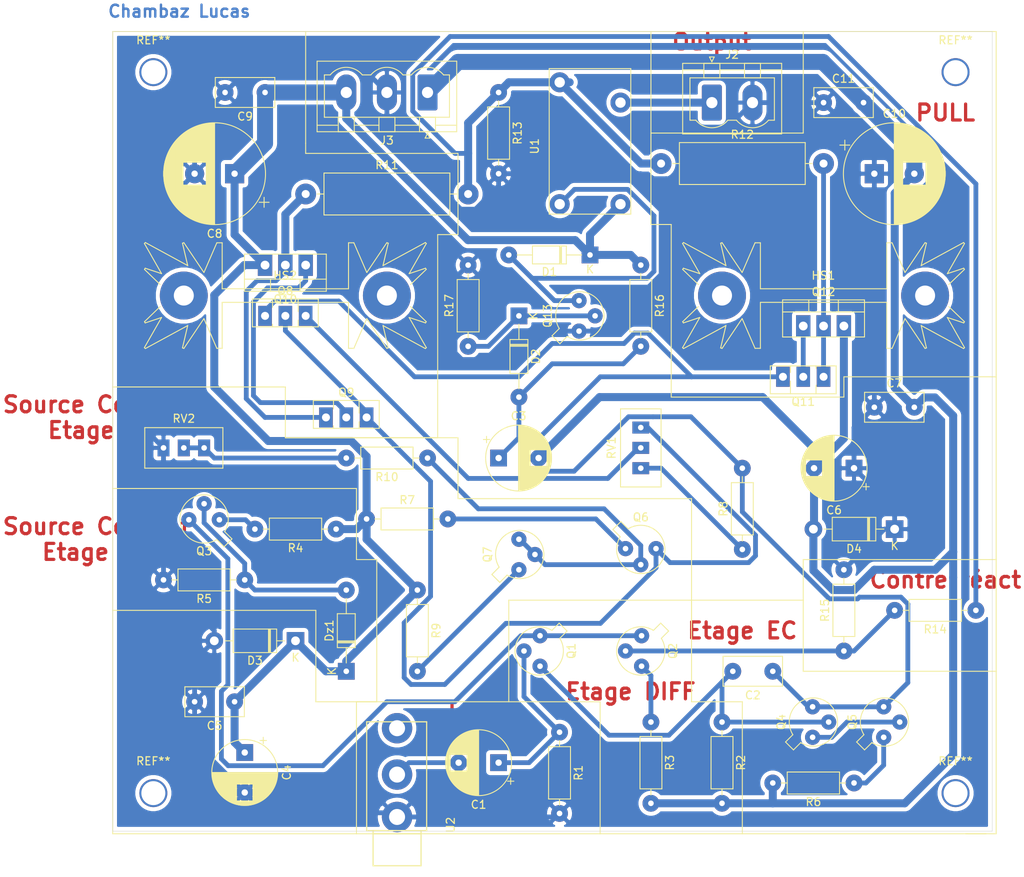
<source format=kicad_pcb>
(kicad_pcb (version 20171130) (host pcbnew "(5.1.9)-1")
  (layers (0 F.Cu signal) (31 B.Cu signal) (34 B.Paste user) (35 F.Paste user) (36 B.SilkS user hide) (37 F.SilkS user) (38 B.Mask user) (39 F.Mask user) (44 Edge.Cuts user))
  (net 0 "")
  (net 1 "Net-(C1-Pad1)")
  (net 2 "Net-(C1-Pad2)")
  (net 3 "Net-(C2-Pad1)")
  (net 4 "Net-(C2-Pad2)")
  (net 5 -12V)
  (net 6 "Net-(C3-Pad1)")
  (net 7 GND)
  (net 8 +12V)
  (net 9 "Net-(D1-Pad2)")
  (net 10 "Net-(D2-Pad1)")
  (net 11 "Net-(Dz1-Pad2)")
  (net 12 "Net-(J2-Pad1)")
  (net 13 "Net-(Q1-Pad1)")
  (net 14 "Net-(Q2-Pad3)")
  (net 15 "Net-(Q2-Pad2)")
  (net 16 "Net-(Q3-Pad1)")
  (net 17 "Net-(Q4-Pad1)")
  (net 18 "Net-(Q5-Pad1)")
  (net 19 "Net-(Q6-Pad3)")
  (net 20 "Net-(Q6-Pad2)")
  (net 21 "Net-(Q6-Pad1)")
  (net 22 "Net-(Q7-Pad1)")
  (net 23 "Net-(Q8-Pad3)")
  (net 24 "Net-(Q10-Pad2)")
  (net 25 "Net-(Q10-Pad1)")
  (net 26 "Net-(Q11-Pad2)")
  (net 27 "Net-(Q11-Pad1)")
  (net 28 "Net-(R8-Pad1)")
  (net 29 "Net-(R10-Pad2)")
  (net 30 "Net-(R11-Pad2)")
  (net 31 "Net-(U2-PadTN)")
  (module MountingHole:MountingHole_3mm (layer F.Cu) (at 127 119.38)
    (fp_text reference REF** (at 0 -4) (layer F.SilkS))
    (fp_text value MountingHole_3mm)
    (pad "" np_thru_hole circle (at 0 0) (size 3.5 3.5) (drill 3) (layers *.Cu *.Mask))
  )
  (module CmpAmpliAudio:CP_Radial_D8.0mm_P5.00mm (layer F.Cu) (at 38.1 114.3 270)
    (fp_text reference C4 (at 2.5 -5.25 90) (layer F.SilkS))
    (fp_text value 10u)
    (pad 2 thru_hole circle (at 5 0 270) (size 2.1 2.1) (drill 0.8) (layers *.Cu *.Mask) (net 7 GND))
    (pad 1 thru_hole rect (at 0 0 270) (size 2.1 2.1) (drill 0.8) (layers *.Cu *.Mask) (net 8 +12V))
  )
  (module MountingHole:MountingHole_3mm (layer F.Cu) (at 26.67 119.38)
    (fp_text reference REF** (at 0 -4) (layer F.SilkS))
    (fp_text value MountingHole_3mm)
    (pad "" np_thru_hole circle (at 0 0) (size 3.5 3.5) (drill 3) (layers *.Cu *.Mask))
  )
  (module CmpAmpliAudio:CP_Radial_D8.0mm_P5.00mm (layer F.Cu) (at 69.85 115.57 180)
    (fp_text reference C1 (at 2.5 -5.25) (layer F.SilkS))
    (fp_text value 47u)
    (pad 1 thru_hole rect (at 0 0 180) (size 2.1 2.1) (drill 0.8) (layers *.Cu *.Mask) (net 1 "Net-(C1-Pad1)"))
    (pad 2 thru_hole circle (at 5 0 180) (size 2.1 2.1) (drill 0.8) (layers *.Cu *.Mask) (net 2 "Net-(C1-Pad2)"))
  )
  (module CmpAmpliAudio:CP_Radial_D8.0mm_P5.00mm (layer F.Cu) (at 69.85 77.47)
    (fp_text reference C3 (at 2.5 -5.25) (layer F.SilkS))
    (fp_text value 47u)
    (pad 2 thru_hole circle (at 5 0) (size 2.1 2.1) (drill 0.8) (layers *.Cu *.Mask) (net 5 -12V))
    (pad 1 thru_hole rect (at 0 0) (size 2.1 2.1) (drill 0.8) (layers *.Cu *.Mask) (net 6 "Net-(C3-Pad1)"))
  )
  (module CmpAmpliAudio:CP_Radial_D8.0mm_P5.00mm (layer F.Cu) (at 114.3 78.74 180)
    (fp_text reference C6 (at 2.5 -5.25) (layer F.SilkS))
    (fp_text value 10u)
    (pad 1 thru_hole rect (at 0 0 180) (size 2.1 2.1) (drill 0.8) (layers *.Cu *.Mask) (net 7 GND))
    (pad 2 thru_hole circle (at 5 0 180) (size 2.1 2.1) (drill 0.8) (layers *.Cu *.Mask) (net 5 -12V))
  )
  (module MountingHole:MountingHole_3mm (layer F.Cu) (at 127 29.21)
    (fp_text reference REF** (at 0 -4) (layer F.SilkS))
    (fp_text value MountingHole_3mm)
    (pad "" np_thru_hole circle (at 0 0) (size 3.5 3.5) (drill 3) (layers *.Cu *.Mask))
  )
  (module MountingHole:MountingHole_3mm (layer F.Cu) (at 26.67 29.21)
    (fp_text reference REF** (at 0 -4) (layer F.SilkS))
    (fp_text value MountingHole_3mm)
    (pad "" np_thru_hole circle (at 0 0) (size 3.5 3.5) (drill 3) (layers *.Cu *.Mask))
  )
  (module CmpAmpliAudio:C_Rect_L7.2mm_W3.5mm_P5.00mm_FKS2_FKP2_MKS2_MKP2 (layer F.Cu) (at 36.83 107.95 180)
    (fp_text reference C5 (at 2.5 -3) (layer F.SilkS))
    (fp_text value 100n)
    (pad 1 thru_hole circle (at 0 0 180) (size 2.1 2.1) (drill 0.7) (layers *.Cu *.Mask) (net 8 +12V))
    (pad 2 thru_hole circle (at 5 0 180) (size 2.1 2.1) (drill 0.7) (layers *.Cu *.Mask) (net 7 GND))
  )
  (module CmpAmpliAudio:C_Rect_L7.2mm_W3.5mm_P5.00mm_FKS2_FKP2_MKS2_MKP2 (layer F.Cu) (at 116.84 71.12)
    (fp_text reference C7 (at 2.5 -3) (layer F.SilkS))
    (fp_text value 100n)
    (pad 2 thru_hole circle (at 5 0) (size 2.1 2.1) (drill 0.7) (layers *.Cu *.Mask) (net 5 -12V))
    (pad 1 thru_hole circle (at 0 0) (size 2.1 2.1) (drill 0.7) (layers *.Cu *.Mask) (net 7 GND))
  )
  (module CmpAmpliAudio:C_Rect_L7.2mm_W3.5mm_P5.00mm_FKS2_FKP2_MKS2_MKP2 (layer F.Cu) (at 104.14 104.14 180)
    (fp_text reference C2 (at 2.5 -3) (layer F.SilkS))
    (fp_text value C)
    (pad 1 thru_hole circle (at 0 0 180) (size 2.1 2.1) (drill 0.7) (layers *.Cu *.Mask) (net 3 "Net-(C2-Pad1)"))
    (pad 2 thru_hole circle (at 5 0 180) (size 2.1 2.1) (drill 0.7) (layers *.Cu *.Mask) (net 4 "Net-(C2-Pad2)"))
  )
  (module CmpAmpliAudio:CP_Radial_D12.5mm_P5.00mm (layer F.Cu) (at 36.83 41.91 180)
    (fp_text reference C8 (at 2.5 -7.5) (layer F.SilkS))
    (fp_text value 470u)
    (pad 1 thru_hole rect (at 0 0 180) (size 2.4 2.4) (drill 0.8) (layers *.Cu *.Mask) (net 8 +12V))
    (pad 2 thru_hole circle (at 5 0 180) (size 2.4 2.4) (drill 0.8) (layers *.Cu *.Mask) (net 7 GND))
  )
  (module CmpAmpliAudio:TO-18-3 (layer F.Cu) (at 86.36 88.9)
    (fp_text reference Q6 (at 1.27 -4.02) (layer F.SilkS))
    (fp_text value 2N2907)
    (pad 3 thru_hole circle (at 3.175 -0.1) (size 1.9 1.9) (drill 0.7) (layers *.Cu *.Mask) (net 19 "Net-(Q6-Pad3)"))
    (pad 2 thru_hole circle (at 1.27 1.905) (size 1.9 1.9) (drill 0.7) (layers *.Cu *.Mask) (net 20 "Net-(Q6-Pad2)"))
    (pad 1 thru_hole circle (at -0.635 -0.1) (size 1.9 1.9) (drill 0.7) (layers *.Cu *.Mask) (net 21 "Net-(Q6-Pad1)"))
  )
  (module CmpAmpliAudio:TO-18-3 (layer F.Cu) (at 72.49 90.805 90)
    (fp_text reference Q7 (at 1.27 -4.02 90) (layer F.SilkS))
    (fp_text value 2N2907)
    (pad 1 thru_hole circle (at -0.635 -0.1 90) (size 1.9 1.9) (drill 0.7) (layers *.Cu *.Mask) (net 22 "Net-(Q7-Pad1)"))
    (pad 2 thru_hole circle (at 1.27 1.905 90) (size 1.9 1.9) (drill 0.7) (layers *.Cu *.Mask) (net 20 "Net-(Q6-Pad2)"))
    (pad 3 thru_hole circle (at 3.175 -0.1 90) (size 1.9 1.9) (drill 0.7) (layers *.Cu *.Mask) (net 20 "Net-(Q6-Pad2)"))
  )
  (module CmpAmpliAudio:TO-126-3_Vertical (layer F.Cu) (at 40.64 59.69)
    (fp_text reference Q8 (at 2.54 -3.12) (layer F.SilkS))
    (fp_text value BD139)
    (pad 1 thru_hole rect (at 0 0) (size 1.7 2.5) (drill 1) (layers *.Cu *.Mask) (net 3 "Net-(C2-Pad1)"))
    (pad 2 thru_hole rect (at 2.54 0) (size 1.7 2.5) (drill 1) (layers *.Cu *.Mask) (net 19 "Net-(Q6-Pad3)"))
    (pad 3 thru_hole rect (at 5.08 0) (size 1.7 2.5) (drill 1) (layers *.Cu *.Mask) (net 23 "Net-(Q8-Pad3)"))
  )
  (module CmpAmpliAudio:CP_Radial_D12.5mm_P5.00mm (layer F.Cu) (at 116.84 41.91)
    (fp_text reference C10 (at 2.5 -7.5) (layer F.SilkS))
    (fp_text value 470u)
    (pad 2 thru_hole circle (at 5 0) (size 2.4 2.4) (drill 0.8) (layers *.Cu *.Mask) (net 5 -12V))
    (pad 1 thru_hole rect (at 0 0) (size 2.4 2.4) (drill 0.8) (layers *.Cu *.Mask) (net 7 GND))
  )
  (module CmpAmpliAudio:PhoenixContact_MSTBVA_2,5_2-G-5,08_1x02_P5.08mm_Vertical (layer F.Cu) (at 96.52 33.02)
    (fp_text reference J2 (at 2.54 -6) (layer F.SilkS))
    (fp_text value Conn_01x02)
    (pad 1 thru_hole roundrect (at 0 0) (size 2.5 4.5) (drill 1.4) (layers *.Cu *.Mask) (roundrect_rratio 0.12) (net 12 "Net-(J2-Pad1)"))
    (pad 2 thru_hole oval (at 5.08 0) (size 2.5 4.5) (drill 1.4) (layers *.Cu *.Mask) (net 7 GND))
  )
  (module CmpAmpliAudio:Heatsink_Fischer_SK104-STC-STIC_35x13mm_2xDrill2.5mm (layer F.Cu) (at 43.18 57.15)
    (fp_text reference HS2 (at -0.025 -2.5) (layer F.SilkS))
    (fp_text value Heatsink)
    (pad 1 thru_hole circle (at -12.7 0 180) (size 6 6) (drill 2.5) (layers *.Cu *.Mask))
    (pad 1 thru_hole circle (at 12.7 0) (size 6 6) (drill 2.5) (layers *.Cu *.Mask))
  )
  (module CmpAmpliAudio:C_Rect_L7.2mm_W3.5mm_P5.00mm_FKS2_FKP2_MKS2_MKP2 (layer F.Cu) (at 110.49 33.02)
    (fp_text reference C11 (at 2.5 -3) (layer F.SilkS))
    (fp_text value 100n)
    (pad 2 thru_hole circle (at 5 0) (size 2.1 2.1) (drill 0.7) (layers *.Cu *.Mask) (net 5 -12V))
    (pad 1 thru_hole circle (at 0 0) (size 2.1 2.1) (drill 0.7) (layers *.Cu *.Mask) (net 7 GND))
  )
  (module CmpAmpliAudio:TO-18-3 (layer F.Cu) (at 87.63 100.33 270)
    (fp_text reference Q2 (at 1.27 -4.02 90) (layer F.SilkS))
    (fp_text value 2N2907)
    (pad 3 thru_hole circle (at 3.175 -0.1 270) (size 1.9 1.9) (drill 0.7) (layers *.Cu *.Mask) (net 14 "Net-(Q2-Pad3)"))
    (pad 2 thru_hole circle (at 1.27 1.905 270) (size 1.9 1.9) (drill 0.7) (layers *.Cu *.Mask) (net 15 "Net-(Q2-Pad2)"))
    (pad 1 thru_hole circle (at -0.635 -0.1 270) (size 1.9 1.9) (drill 0.7) (layers *.Cu *.Mask) (net 13 "Net-(Q1-Pad1)"))
  )
  (module CmpAmpliAudio:PhoenixContact_MSTBVA_2,5_3-G-5,08_1x03_P5.08mm_Vertical (layer F.Cu) (at 60.96 31.75 180)
    (fp_text reference J3 (at 5.08 -6) (layer F.SilkS))
    (fp_text value Conn_01x03)
    (pad 1 thru_hole roundrect (at 0 0 180) (size 2.5 4.5) (drill 1.4) (layers *.Cu *.Mask) (roundrect_rratio 0.12) (net 5 -12V))
    (pad 2 thru_hole oval (at 5.08 0 180) (size 2.5 4.5) (drill 1.4) (layers *.Cu *.Mask) (net 7 GND))
    (pad 3 thru_hole oval (at 10.16 0 180) (size 2.5 4.5) (drill 1.4) (layers *.Cu *.Mask) (net 8 +12V))
  )
  (module CmpAmpliAudio:TO-18-3 (layer F.Cu) (at 74.93 100.33 270)
    (fp_text reference Q1 (at 1.27 -4.02 90) (layer F.SilkS))
    (fp_text value 2N2907)
    (pad 1 thru_hole circle (at -0.635 -0.1 270) (size 1.9 1.9) (drill 0.7) (layers *.Cu *.Mask) (net 13 "Net-(Q1-Pad1)"))
    (pad 2 thru_hole circle (at 1.27 1.905 270) (size 1.9 1.9) (drill 0.7) (layers *.Cu *.Mask) (net 1 "Net-(C1-Pad1)"))
    (pad 3 thru_hole circle (at 3.175 -0.1 270) (size 1.9 1.9) (drill 0.7) (layers *.Cu *.Mask) (net 4 "Net-(C2-Pad2)"))
  )
  (module CmpAmpliAudio:D_DO-35_SOD27_P10.16mm_Horizontal (layer F.Cu) (at 72.39 59.69 270)
    (fp_text reference D2 (at 5.08 -2.12 90) (layer F.SilkS))
    (fp_text value 1N4148)
    (fp_text user K (at 0 -1.8 90) (layer F.SilkS))
    (pad 2 thru_hole oval (at 10.16 0 270) (size 2.1 2.1) (drill 0.7) (layers *.Cu *.Mask) (net 6 "Net-(C3-Pad1)"))
    (pad 1 thru_hole rect (at 0 0 270) (size 2.1 2.1) (drill 0.7) (layers *.Cu *.Mask) (net 10 "Net-(D2-Pad1)"))
  )
  (module CmpAmpliAudio:C_Rect_L7.2mm_W3.5mm_P5.00mm_FKS2_FKP2_MKS2_MKP2 (layer F.Cu) (at 40.64 31.75 180)
    (fp_text reference C9 (at 2.5 -3) (layer F.SilkS))
    (fp_text value 100n)
    (pad 1 thru_hole circle (at 0 0 180) (size 2.1 2.1) (drill 0.7) (layers *.Cu *.Mask) (net 8 +12V))
    (pad 2 thru_hole circle (at 5 0 180) (size 2.1 2.1) (drill 0.7) (layers *.Cu *.Mask) (net 7 GND))
  )
  (module CmpAmpliAudio:D_DO-35_SOD27_P10.16mm_Horizontal (layer F.Cu) (at 50.8 104.14 90)
    (fp_text reference Dz1 (at 5.08 -2.12 90) (layer F.SilkS))
    (fp_text value BZX55C5V1)
    (fp_text user K (at 0 -1.8 90) (layer F.SilkS))
    (pad 1 thru_hole rect (at 0 0 90) (size 2.1 2.1) (drill 0.7) (layers *.Cu *.Mask) (net 8 +12V))
    (pad 2 thru_hole oval (at 10.16 0 90) (size 2.1 2.1) (drill 0.7) (layers *.Cu *.Mask) (net 11 "Net-(Dz1-Pad2)"))
  )
  (module CmpAmpliAudio:D_DO-35_SOD27_P10.16mm_Horizontal (layer F.Cu) (at 81.28 52.07 180)
    (fp_text reference D1 (at 5.08 -2.12) (layer F.SilkS))
    (fp_text value 1N4148)
    (fp_text user K (at 0 -1.8) (layer F.SilkS))
    (pad 1 thru_hole rect (at 0 0 180) (size 2.1 2.1) (drill 0.7) (layers *.Cu *.Mask) (net 8 +12V))
    (pad 2 thru_hole oval (at 10.16 0 180) (size 2.1 2.1) (drill 0.7) (layers *.Cu *.Mask) (net 9 "Net-(D1-Pad2)"))
  )
  (module CmpAmpliAudio:Heatsink_Fischer_SK104-STC-STIC_35x13mm_2xDrill2.5mm (layer F.Cu) (at 110.49 57.15)
    (fp_text reference HS1 (at -0.025 -2.5) (layer F.SilkS))
    (fp_text value Heatsink)
    (pad 1 thru_hole circle (at 12.7 0) (size 6 6) (drill 2.5) (layers *.Cu *.Mask))
    (pad 1 thru_hole circle (at -12.7 0 180) (size 6 6) (drill 2.5) (layers *.Cu *.Mask))
  )
  (module CmpAmpliAudio:TO-18-3 (layer F.Cu) (at 34.29 85.09 180)
    (fp_text reference Q3 (at 1.27 -4.02) (layer F.SilkS))
    (fp_text value 2N2907)
    (pad 1 thru_hole circle (at -0.635 -0.1 180) (size 1.9 1.9) (drill 0.7) (layers *.Cu *.Mask) (net 16 "Net-(Q3-Pad1)"))
    (pad 2 thru_hole circle (at 1.27 1.905 180) (size 1.9 1.9) (drill 0.7) (layers *.Cu *.Mask) (net 11 "Net-(Dz1-Pad2)"))
    (pad 3 thru_hole circle (at 3.175 -0.1 180) (size 1.9 1.9) (drill 0.7) (layers *.Cu *.Mask) (net 13 "Net-(Q1-Pad1)"))
  )
  (module CmpAmpliAudio:TO-18-3 (layer F.Cu) (at 109.22 111.76 90)
    (fp_text reference Q4 (at 1.27 -4.02 90) (layer F.SilkS))
    (fp_text value 2N2222)
    (pad 3 thru_hole circle (at 3.175 -0.1 90) (size 1.9 1.9) (drill 0.7) (layers *.Cu *.Mask) (net 3 "Net-(C2-Pad1)"))
    (pad 2 thru_hole circle (at 1.27 1.905 90) (size 1.9 1.9) (drill 0.7) (layers *.Cu *.Mask) (net 4 "Net-(C2-Pad2)"))
    (pad 1 thru_hole circle (at -0.635 -0.1 90) (size 1.9 1.9) (drill 0.7) (layers *.Cu *.Mask) (net 17 "Net-(Q4-Pad1)"))
  )
  (module CmpAmpliAudio:TO-18-3 (layer F.Cu) (at 118.11 111.76 90)
    (fp_text reference Q5 (at 1.27 -4.02 90) (layer F.SilkS))
    (fp_text value 2N2222)
    (pad 1 thru_hole circle (at -0.635 -0.1 90) (size 1.9 1.9) (drill 0.7) (layers *.Cu *.Mask) (net 18 "Net-(Q5-Pad1)"))
    (pad 2 thru_hole circle (at 1.27 1.905 90) (size 1.9 1.9) (drill 0.7) (layers *.Cu *.Mask) (net 17 "Net-(Q4-Pad1)"))
    (pad 3 thru_hole circle (at 3.175 -0.1 90) (size 1.9 1.9) (drill 0.7) (layers *.Cu *.Mask) (net 3 "Net-(C2-Pad1)"))
  )
  (module CmpAmpliAudio:R_Axial_DIN0207_L6.3mm_D2.5mm_P10.16mm_Horizontal (layer F.Cu) (at 53.34 85.09)
    (fp_text reference R7 (at 5.08 -2.37) (layer F.SilkS))
    (fp_text value R)
    (pad 2 thru_hole circle (at 10.16 0) (size 2.1 2.1) (drill 0.7) (layers *.Cu *.Mask) (net 21 "Net-(Q6-Pad1)"))
    (pad 1 thru_hole circle (at 0 0) (size 2.1 2.1) (drill 0.7) (layers *.Cu *.Mask) (net 8 +12V))
  )
  (module CmpAmpliAudio:R_Axial_DIN0207_L6.3mm_D2.5mm_P10.16mm_Horizontal (layer F.Cu) (at 69.85 31.75 270)
    (fp_text reference R13 (at 5.08 -2.37 90) (layer F.SilkS))
    (fp_text value R)
    (pad 2 thru_hole circle (at 10.16 0 270) (size 2.1 2.1) (drill 0.7) (layers *.Cu *.Mask) (net 7 GND))
    (pad 1 thru_hole circle (at 0 0 270) (size 2.1 2.1) (drill 0.7) (layers *.Cu *.Mask) (net 30 "Net-(R11-Pad2)"))
  )
  (module CmpAmpliAudio:TO-220-3_Vertical (layer F.Cu) (at 45.72 53.34 180)
    (fp_text reference Q10 (at 2.54 -4.27) (layer F.SilkS))
    (fp_text value TIP32)
    (pad 3 thru_hole rect (at 5.08 0 180) (size 1.8 2.7) (drill 1.1) (layers *.Cu *.Mask) (net 8 +12V))
    (pad 2 thru_hole rect (at 2.54 0 180) (size 1.8 2.7) (drill 1.1) (layers *.Cu *.Mask) (net 24 "Net-(Q10-Pad2)"))
    (pad 1 thru_hole rect (at 0 0 180) (size 1.8 2.7) (drill 1.1) (layers *.Cu *.Mask) (net 25 "Net-(Q10-Pad1)"))
  )
  (module CmpAmpliAudio:R_Axial_DIN0207_L6.3mm_D2.5mm_P10.16mm_Horizontal (layer F.Cu) (at 97.79 110.49 270)
    (fp_text reference R2 (at 5.08 -2.37 90) (layer F.SilkS))
    (fp_text value R)
    (pad 1 thru_hole circle (at 0 0 270) (size 2.1 2.1) (drill 0.7) (layers *.Cu *.Mask) (net 4 "Net-(C2-Pad2)"))
    (pad 2 thru_hole circle (at 10.16 0 270) (size 2.1 2.1) (drill 0.7) (layers *.Cu *.Mask) (net 5 -12V))
  )
  (module CmpAmpliAudio:R_Axial_DIN0207_L6.3mm_D2.5mm_P10.16mm_Horizontal (layer F.Cu) (at 38.1 92.71 180)
    (fp_text reference R5 (at 5.08 -2.37) (layer F.SilkS))
    (fp_text value R)
    (pad 1 thru_hole circle (at 0 0 180) (size 2.1 2.1) (drill 0.7) (layers *.Cu *.Mask) (net 11 "Net-(Dz1-Pad2)"))
    (pad 2 thru_hole circle (at 10.16 0 180) (size 2.1 2.1) (drill 0.7) (layers *.Cu *.Mask) (net 7 GND))
  )
  (module CmpAmpliAudio:TO-220-3_Vertical (layer F.Cu) (at 107.95 60.96)
    (fp_text reference Q12 (at 2.54 -4.27) (layer F.SilkS))
    (fp_text value TIP31)
    (pad 1 thru_hole rect (at 0 0) (size 1.8 2.7) (drill 1.1) (layers *.Cu *.Mask) (net 26 "Net-(Q11-Pad2)"))
    (pad 2 thru_hole rect (at 2.54 0) (size 1.8 2.7) (drill 1.1) (layers *.Cu *.Mask) (net 27 "Net-(Q11-Pad1)"))
    (pad 3 thru_hole rect (at 5.08 0) (size 1.8 2.7) (drill 1.1) (layers *.Cu *.Mask) (net 5 -12V))
  )
  (module CmpAmpliAudio:R_Axial_DIN0207_L6.3mm_D2.5mm_P10.16mm_Horizontal (layer F.Cu) (at 77.47 111.76 270)
    (fp_text reference R1 (at 5.08 -2.37 90) (layer F.SilkS))
    (fp_text value R)
    (pad 2 thru_hole circle (at 10.16 0 270) (size 2.1 2.1) (drill 0.7) (layers *.Cu *.Mask) (net 7 GND))
    (pad 1 thru_hole circle (at 0 0 270) (size 2.1 2.1) (drill 0.7) (layers *.Cu *.Mask) (net 1 "Net-(C1-Pad1)"))
  )
  (module CmpAmpliAudio:R_Axial_DIN0207_L6.3mm_D2.5mm_P10.16mm_Horizontal (layer F.Cu) (at 88.9 110.49 270)
    (fp_text reference R3 (at 5.08 -2.37 90) (layer F.SilkS))
    (fp_text value R)
    (pad 1 thru_hole circle (at 0 0 270) (size 2.1 2.1) (drill 0.7) (layers *.Cu *.Mask) (net 14 "Net-(Q2-Pad3)"))
    (pad 2 thru_hole circle (at 10.16 0 270) (size 2.1 2.1) (drill 0.7) (layers *.Cu *.Mask) (net 5 -12V))
  )
  (module CmpAmpliAudio:R_Axial_DIN0207_L6.3mm_D2.5mm_P10.16mm_Horizontal (layer F.Cu) (at 114.3 118.11 180)
    (fp_text reference R6 (at 5.08 -2.37) (layer F.SilkS))
    (fp_text value R)
    (pad 2 thru_hole circle (at 10.16 0 180) (size 2.1 2.1) (drill 0.7) (layers *.Cu *.Mask) (net 5 -12V))
    (pad 1 thru_hole circle (at 0 0 180) (size 2.1 2.1) (drill 0.7) (layers *.Cu *.Mask) (net 18 "Net-(Q5-Pad1)"))
  )
  (module CmpAmpliAudio:R_Axial_DIN0207_L6.3mm_D2.5mm_P10.16mm_Horizontal (layer F.Cu) (at 100.33 88.9 90)
    (fp_text reference R8 (at 5.08 -2.37 90) (layer F.SilkS))
    (fp_text value R)
    (pad 1 thru_hole circle (at 0 0 90) (size 2.1 2.1) (drill 0.7) (layers *.Cu *.Mask) (net 28 "Net-(R8-Pad1)"))
    (pad 2 thru_hole circle (at 10.16 0 90) (size 2.1 2.1) (drill 0.7) (layers *.Cu *.Mask) (net 3 "Net-(C2-Pad1)"))
  )
  (module CmpAmpliAudio:TO-126-3_Vertical (layer F.Cu) (at 48.26 72.39)
    (fp_text reference Q9 (at 2.54 -3.12) (layer F.SilkS))
    (fp_text value BD139)
    (pad 1 thru_hole rect (at 0 0) (size 1.7 2.5) (drill 1) (layers *.Cu *.Mask) (net 24 "Net-(Q10-Pad2)"))
    (pad 2 thru_hole rect (at 2.54 0) (size 1.7 2.5) (drill 1) (layers *.Cu *.Mask) (net 25 "Net-(Q10-Pad1)"))
    (pad 3 thru_hole rect (at 5.08 0) (size 1.7 2.5) (drill 1) (layers *.Cu *.Mask) (net 19 "Net-(Q6-Pad3)"))
  )
  (module CmpAmpliAudio:TO-126-3_Vertical (layer F.Cu) (at 110.49 67.31 180)
    (fp_text reference Q11 (at 2.54 -3.12) (layer F.SilkS))
    (fp_text value BD138)
    (pad 3 thru_hole rect (at 5.08 0 180) (size 1.7 2.5) (drill 1) (layers *.Cu *.Mask) (net 3 "Net-(C2-Pad1)"))
    (pad 2 thru_hole rect (at 2.54 0 180) (size 1.7 2.5) (drill 1) (layers *.Cu *.Mask) (net 26 "Net-(Q11-Pad2)"))
    (pad 1 thru_hole rect (at 0 0 180) (size 1.7 2.5) (drill 1) (layers *.Cu *.Mask) (net 27 "Net-(Q11-Pad1)"))
  )
  (module CmpAmpliAudio:TO-18-3 (layer F.Cu) (at 80.01 60.96 90)
    (fp_text reference Q13 (at 1.27 -4.02 90) (layer F.SilkS))
    (fp_text value 2N2222)
    (pad 3 thru_hole circle (at 3.175 -0.1 90) (size 1.9 1.9) (drill 0.7) (layers *.Cu *.Mask) (net 9 "Net-(D1-Pad2)"))
    (pad 2 thru_hole circle (at 1.27 1.905 90) (size 1.9 1.9) (drill 0.7) (layers *.Cu *.Mask) (net 10 "Net-(D2-Pad1)"))
    (pad 1 thru_hole circle (at -0.635 -0.1 90) (size 1.9 1.9) (drill 0.7) (layers *.Cu *.Mask) (net 7 GND))
  )
  (module CmpAmpliAudio:R_Axial_DIN0207_L6.3mm_D2.5mm_P10.16mm_Horizontal (layer F.Cu) (at 59.69 93.98 270)
    (fp_text reference R9 (at 5.08 -2.37 90) (layer F.SilkS))
    (fp_text value R)
    (pad 1 thru_hole circle (at 0 0 270) (size 2.1 2.1) (drill 0.7) (layers *.Cu *.Mask) (net 8 +12V))
    (pad 2 thru_hole circle (at 10.16 0 270) (size 2.1 2.1) (drill 0.7) (layers *.Cu *.Mask) (net 22 "Net-(Q7-Pad1)"))
  )
  (module CmpAmpliAudio:R_Axial_DIN0207_L6.3mm_D2.5mm_P10.16mm_Horizontal (layer F.Cu) (at 60.96 77.47 180)
    (fp_text reference R10 (at 5.08 -2.37) (layer F.SilkS))
    (fp_text value R)
    (pad 1 thru_hole circle (at 0 0 180) (size 2.1 2.1) (drill 0.7) (layers *.Cu *.Mask) (net 20 "Net-(Q6-Pad2)"))
    (pad 2 thru_hole circle (at 10.16 0 180) (size 2.1 2.1) (drill 0.7) (layers *.Cu *.Mask) (net 29 "Net-(R10-Pad2)"))
  )
  (module CmpAmpliAudio:R_Axial_DIN0516_L15.5mm_D5.0mm_P20.32mm_Horizontal (layer F.Cu) (at 45.72 44.45)
    (fp_text reference R11 (at 10.16 -3.62) (layer F.SilkS))
    (fp_text value R)
    (pad 2 thru_hole oval (at 20.32 0) (size 2.6 2.6) (drill 1) (layers *.Cu *.Mask) (net 30 "Net-(R11-Pad2)"))
    (pad 1 thru_hole circle (at 0 0) (size 2.6 2.6) (drill 1) (layers *.Cu *.Mask) (net 24 "Net-(Q10-Pad2)"))
  )
  (module CmpAmpliAudio:R_Axial_DIN0516_L15.5mm_D5.0mm_P20.32mm_Horizontal (layer F.Cu) (at 90.17 40.64)
    (fp_text reference R12 (at 10.16 -3.62) (layer F.SilkS))
    (fp_text value R)
    (pad 1 thru_hole circle (at 0 0) (size 2.6 2.6) (drill 1) (layers *.Cu *.Mask) (net 30 "Net-(R11-Pad2)"))
    (pad 2 thru_hole oval (at 20.32 0) (size 2.6 2.6) (drill 1) (layers *.Cu *.Mask) (net 27 "Net-(Q11-Pad1)"))
  )
  (module CmpAmpliAudio:R_Axial_DIN0207_L6.3mm_D2.5mm_P10.16mm_Horizontal (layer F.Cu) (at 49.53 86.36 180)
    (fp_text reference R4 (at 5.08 -2.37) (layer F.SilkS))
    (fp_text value R)
    (pad 2 thru_hole circle (at 10.16 0 180) (size 2.1 2.1) (drill 0.7) (layers *.Cu *.Mask) (net 16 "Net-(Q3-Pad1)"))
    (pad 1 thru_hole circle (at 0 0 180) (size 2.1 2.1) (drill 0.7) (layers *.Cu *.Mask) (net 8 +12V))
  )
  (module Diode_THT:D_DO-41_SOD81_P10.16mm_Horizontal (layer F.Cu) (at 119.38 86.36 180)
    (fp_text reference D4 (at 5.08 -2.47) (layer F.SilkS))
    (fp_text value 1N4001)
    (fp_text user K (at 0 -2.1) (layer F.SilkS))
    (pad 2 thru_hole oval (at 10.16 0 180) (size 2.2 2.2) (drill 1.1) (layers *.Cu *.Mask) (net 5 -12V))
    (pad 1 thru_hole rect (at 0 0 180) (size 2.2 2.2) (drill 1.1) (layers *.Cu *.Mask) (net 7 GND))
  )
  (module Diode_THT:D_DO-41_SOD81_P10.16mm_Horizontal (layer F.Cu) (at 44.45 100.33 180)
    (fp_text reference D3 (at 5.08 -2.47) (layer F.SilkS))
    (fp_text value 1N4001)
    (fp_text user K (at 0 -2.1) (layer F.SilkS))
    (pad 2 thru_hole oval (at 10.16 0 180) (size 2.2 2.2) (drill 1.1) (layers *.Cu *.Mask) (net 7 GND))
    (pad 1 thru_hole rect (at 0 0 180) (size 2.2 2.2) (drill 1.1) (layers *.Cu *.Mask) (net 8 +12V))
  )
  (module CmpAmpliAudio:R_Axial_DIN0207_L6.3mm_D2.5mm_P10.16mm_Horizontal (layer F.Cu) (at 66.04 63.5 90)
    (fp_text reference R17 (at 5.08 -2.37 90) (layer F.SilkS))
    (fp_text value R)
    (pad 2 thru_hole circle (at 10.16 0 90) (size 2.1 2.1) (drill 0.7) (layers *.Cu *.Mask) (net 7 GND))
    (pad 1 thru_hole circle (at 0 0 90) (size 2.1 2.1) (drill 0.7) (layers *.Cu *.Mask) (net 10 "Net-(D2-Pad1)"))
  )
  (module CmpAmpliAudio:R_Axial_DIN0207_L6.3mm_D2.5mm_P10.16mm_Horizontal (layer F.Cu) (at 129.54 96.52 180)
    (fp_text reference R14 (at 5.08 -2.37) (layer F.SilkS))
    (fp_text value R)
    (pad 1 thru_hole circle (at 0 0 180) (size 2.1 2.1) (drill 0.7) (layers *.Cu *.Mask) (net 30 "Net-(R11-Pad2)"))
    (pad 2 thru_hole circle (at 10.16 0 180) (size 2.1 2.1) (drill 0.7) (layers *.Cu *.Mask) (net 15 "Net-(Q2-Pad2)"))
  )
  (module CmpAmpliAudio:Jack_35RAPC2AV (layer F.Cu) (at 57.15 124.46 90)
    (fp_text reference U2 (at 1.1 6.7 90) (layer F.SilkS))
    (fp_text value Jack_Mono)
    (pad TN thru_hole circle (at 13.2 0 90) (size 3.8 3.8) (drill 2) (layers *.Cu *.Mask) (net 31 "Net-(U2-PadTN)"))
    (pad G thru_hole circle (at 2.1 0 90) (size 3.8 3.8) (drill 2) (layers *.Cu *.Mask) (net 7 GND))
    (pad T thru_hole circle (at 7.4 0 90) (size 3.8 3.8) (drill 2) (layers *.Cu *.Mask) (net 2 "Net-(C1-Pad2)"))
  )
  (module CmpAmpliAudio:R_Axial_DIN0207_L6.3mm_D2.5mm_P10.16mm_Horizontal (layer F.Cu) (at 87.63 53.34 270)
    (fp_text reference R16 (at 5.08 -2.37 90) (layer F.SilkS))
    (fp_text value R)
    (pad 1 thru_hole circle (at 0 0 270) (size 2.1 2.1) (drill 0.7) (layers *.Cu *.Mask) (net 8 +12V))
    (pad 2 thru_hole circle (at 10.16 0 270) (size 2.1 2.1) (drill 0.7) (layers *.Cu *.Mask) (net 6 "Net-(C3-Pad1)"))
  )
  (module CmpAmpliAudio:R_Axial_DIN0207_L6.3mm_D2.5mm_P10.16mm_Horizontal (layer F.Cu) (at 113.03 101.6 90)
    (fp_text reference R15 (at 5.08 -2.37 90) (layer F.SilkS))
    (fp_text value R)
    (pad 2 thru_hole circle (at 10.16 0 90) (size 2.1 2.1) (drill 0.7) (layers *.Cu *.Mask) (net 7 GND))
    (pad 1 thru_hole circle (at 0 0 90) (size 2.1 2.1) (drill 0.7) (layers *.Cu *.Mask) (net 15 "Net-(Q2-Pad2)"))
  )
  (module CmpAmpliAudio:Potentiometer_Bourns_3296W_Vertical (layer F.Cu) (at 33.02 76.2)
    (fp_text reference RV2 (at -2.54 -3.66) (layer F.SilkS))
    (fp_text value R_POT)
    (pad 3 thru_hole rect (at -5.08 0) (size 1.5 2.1) (drill 0.7) (layers *.Cu *.Mask) (net 7 GND))
    (pad 2 thru_hole rect (at -2.54 0) (size 1.5 2.1) (drill 0.7) (layers *.Cu *.Mask) (net 29 "Net-(R10-Pad2)"))
    (pad 1 thru_hole rect (at 0 0) (size 1.5 2.1) (drill 0.7) (layers *.Cu *.Mask) (net 29 "Net-(R10-Pad2)"))
  )
  (module Mes_Empreintes:Relais_OJ-SS-112LMH2,005 (layer F.Cu) (at 85.09 45.72 90)
    (fp_text reference U1 (at 7.25 -10.73 90) (layer F.SilkS))
    (fp_text value Relay_1CT)
    (pad c1 thru_hole circle (at 15.24 -7.6 90) (size 2.5 2.5) (drill 1.3) (layers *.Cu *.Mask) (net 30 "Net-(R11-Pad2)"))
    (pad c2 thru_hole circle (at 12.7 0 90) (size 2.5 2.5) (drill 1.3) (layers *.Cu *.Mask) (net 12 "Net-(J2-Pad1)"))
    (pad b1 thru_hole circle (at 0 -7.6 90) (size 2.5 2.5) (drill 1.3) (layers *.Cu *.Mask) (net 9 "Net-(D1-Pad2)"))
    (pad b2 thru_hole circle (at 0 0 90) (size 2.5 2.5) (drill 1.3) (layers *.Cu *.Mask) (net 8 +12V))
  )
  (module CmpAmpliAudio:Potentiometer_Bourns_3296W_Vertical (layer F.Cu) (at 87.63 73.66 90)
    (fp_text reference RV1 (at -2.54 -3.66 90) (layer F.SilkS))
    (fp_text value R_POT)
    (pad 1 thru_hole rect (at 0 0 90) (size 1.5 2.1) (drill 0.7) (layers *.Cu *.Mask) (net 19 "Net-(Q6-Pad3)"))
    (pad 2 thru_hole rect (at -2.54 0 90) (size 1.5 2.1) (drill 0.7) (layers *.Cu *.Mask) (net 23 "Net-(Q8-Pad3)"))
    (pad 3 thru_hole rect (at -5.08 0 90) (size 1.5 2.1) (drill 0.7) (layers *.Cu *.Mask) (net 28 "Net-(R8-Pad1)"))
  )
  (gr_line (start 88.9 24.13) (end 45.72 24.13) (layer F.SilkS) (width 0.12))
  (gr_line (start 132.08 67.31) (end 132.08 90.17) (layer F.SilkS) (width 0.12))
  (gr_text PULL (at 125.73 34.29) (layer F.Cu) (effects (font (size 2 2) (thickness 0.4))))
  (gr_text PUSH (at 26.67 34.29) (layer F.Cu) (effects (font (size 2 2) (thickness 0.4))))
  (gr_text Output (at 96.52 25.4) (layer F.Cu) (effects (font (size 2 2) (thickness 0.4))))
  (gr_line (start 21.59 24.13) (end 45.72 24.13) (layer F.SilkS) (width 0.12))
  (gr_line (start 21.59 24.13) (end 21.59 68.58) (layer F.SilkS) (width 0.12))
  (gr_line (start 62.23 74.93) (end 43.18 74.93) (layer F.SilkS) (width 0.12))
  (gr_line (start 62.23 49.53) (end 62.23 74.93) (layer F.SilkS) (width 0.12))
  (gr_line (start 64.77 49.53) (end 62.23 49.53) (layer F.SilkS) (width 0.12))
  (gr_line (start 64.77 39.37) (end 64.77 49.53) (layer F.SilkS) (width 0.12))
  (gr_line (start 45.72 39.37) (end 64.77 39.37) (layer F.SilkS) (width 0.12))
  (gr_line (start 45.72 38.1) (end 45.72 39.37) (layer F.SilkS) (width 0.12))
  (gr_line (start 45.72 24.13) (end 45.72 38.1) (layer F.SilkS) (width 0.12))
  (gr_line (start 132.08 24.13) (end 107.95 24.13) (layer F.SilkS) (width 0.12))
  (gr_line (start 132.08 67.31) (end 132.08 24.13) (layer F.SilkS) (width 0.12))
  (gr_line (start 113.03 67.31) (end 132.08 67.31) (layer F.SilkS) (width 0.12))
  (gr_line (start 113.03 69.85) (end 113.03 67.31) (layer F.SilkS) (width 0.12))
  (gr_line (start 91.44 69.85) (end 113.03 69.85) (layer F.SilkS) (width 0.12))
  (gr_line (start 91.44 48.26) (end 91.44 69.85) (layer F.SilkS) (width 0.12))
  (gr_line (start 88.9 48.26) (end 91.44 48.26) (layer F.SilkS) (width 0.12))
  (gr_line (start 88.9 36.83) (end 88.9 48.26) (layer F.SilkS) (width 0.12))
  (gr_line (start 107.95 24.13) (end 88.9 24.13) (layer F.SilkS) (width 0.12))
  (gr_line (start 107.95 36.83) (end 107.95 24.13) (layer F.SilkS) (width 0.12))
  (gr_line (start 88.9 36.83) (end 107.95 36.83) (layer F.SilkS) (width 0.12))
  (gr_line (start 88.9 24.13) (end 88.9 36.83) (layer F.SilkS) (width 0.12))
  (gr_text "Source Courant \nEtage EC" (at 20.32 72.39) (layer F.Cu) (effects (font (size 2 2) (thickness 0.4))))
  (gr_line (start 21.59 124.46) (end 52.07 124.46) (layer F.SilkS) (width 0.12))
  (gr_line (start 21.59 96.52) (end 21.59 124.46) (layer F.SilkS) (width 0.12))
  (gr_line (start 93.98 82.55) (end 93.98 95.25) (layer F.SilkS) (width 0.12))
  (gr_line (start 64.77 82.55) (end 93.98 82.55) (layer F.SilkS) (width 0.12))
  (gr_line (start 64.77 74.93) (end 64.77 82.55) (layer F.SilkS) (width 0.12))
  (gr_line (start 43.18 74.93) (end 64.77 74.93) (layer F.SilkS) (width 0.12))
  (gr_line (start 43.18 68.58) (end 43.18 74.93) (layer F.SilkS) (width 0.12))
  (gr_line (start 21.59 68.58) (end 43.18 68.58) (layer F.SilkS) (width 0.12))
  (gr_line (start 21.59 81.28) (end 21.59 68.58) (layer F.SilkS) (width 0.12))
  (gr_text "Etage EC" (at 100.33 99.06) (layer F.Cu) (effects (font (size 2 2) (thickness 0.4))))
  (gr_text "Contre réact" (at 125.73 92.71) (layer F.Cu) (effects (font (size 2 2) (thickness 0.4))))
  (gr_line (start 132.08 90.17) (end 132.08 104.14) (layer F.SilkS) (width 0.12))
  (gr_line (start 107.95 90.17) (end 132.08 90.17) (layer F.SilkS) (width 0.12))
  (gr_line (start 107.95 95.25) (end 107.95 90.17) (layer F.SilkS) (width 0.12))
  (gr_line (start 132.08 124.46) (end 128.27 124.46) (layer F.SilkS) (width 0.12))
  (gr_line (start 132.08 104.14) (end 132.08 124.46) (layer F.SilkS) (width 0.12))
  (gr_line (start 107.95 104.14) (end 132.08 104.14) (layer F.SilkS) (width 0.12))
  (gr_line (start 107.95 95.25) (end 107.95 104.14) (layer F.SilkS) (width 0.12))
  (gr_line (start 93.98 95.25) (end 107.95 95.25) (layer F.SilkS) (width 0.12))
  (gr_text "Etage DIFF" (at 86.36 106.68) (layer F.Cu) (effects (font (size 2 2) (thickness 0.4))))
  (gr_text "Source Courant \nEtage Diff" (at 20.32 87.63) (layer F.Cu) (effects (font (size 2 2) (thickness 0.4))))
  (gr_line (start 21.59 82.55) (end 21.59 81.28) (layer F.SilkS) (width 0.12))
  (gr_line (start 21.59 96.52) (end 21.59 82.55) (layer F.SilkS) (width 0.12))
  (gr_line (start 46.99 96.52) (end 21.59 96.52) (layer F.SilkS) (width 0.12))
  (gr_line (start 46.99 107.95) (end 46.99 96.52) (layer F.SilkS) (width 0.12))
  (gr_line (start 54.61 107.95) (end 46.99 107.95) (layer F.SilkS) (width 0.12))
  (gr_line (start 54.61 90.17) (end 54.61 107.95) (layer F.SilkS) (width 0.12))
  (gr_line (start 52.07 90.17) (end 54.61 90.17) (layer F.SilkS) (width 0.12))
  (gr_line (start 52.07 81.28) (end 52.07 90.17) (layer F.SilkS) (width 0.12))
  (gr_line (start 21.59 81.28) (end 52.07 81.28) (layer F.SilkS) (width 0.12))
  (gr_line (start 131.59 24.13) (end 131.59 124.13) (layer Edge.Cuts) (width 0.05))
  (gr_line (start 93.98 95.25) (end 93.98 99.06) (layer F.SilkS) (width 0.12))
  (gr_line (start 130.81 124.46) (end 100.33 124.46) (layer F.SilkS) (width 0.12))
  (gr_line (start 71.12 95.25) (end 71.12 107.95) (layer F.SilkS) (width 0.12))
  (gr_line (start 93.98 95.25) (end 71.12 95.25) (layer F.SilkS) (width 0.12))
  (gr_line (start 93.98 107.95) (end 93.98 95.25) (layer F.SilkS) (width 0.12))
  (gr_line (start 100.33 107.95) (end 93.98 107.95) (layer F.SilkS) (width 0.12))
  (gr_line (start 100.33 124.46) (end 82.55 124.46) (layer F.SilkS) (width 0.12))
  (gr_line (start 100.33 107.95) (end 100.33 124.46) (layer F.SilkS) (width 0.12))
  (gr_text "Input\n" (at 67.31 109.22) (layer F.Cu) (effects (font (size 2 2) (thickness 0.4))))
  (gr_line (start 82.55 107.95) (end 52.07 107.95) (layer F.SilkS) (width 0.12))
  (gr_line (start 82.55 124.46) (end 82.55 107.95) (layer F.SilkS) (width 0.12))
  (gr_line (start 52.07 124.46) (end 82.55 124.46) (layer F.SilkS) (width 0.12))
  (gr_line (start 52.07 107.95) (end 52.07 124.46) (layer F.SilkS) (width 0.12))
  (gr_text "Chambaz Lucas \n" (at 30.48 21.59) (layer B.Cu) (effects (font (size 1.5 1.5) (thickness 0.3))))
  (gr_line (start 21.59 124.13) (end 131.59 124.13) (layer Edge.Cuts) (width 0.05))
  (gr_line (start 21.59 24.13) (end 131.59 24.13) (layer Edge.Cuts) (width 0.05))
  (gr_line (start 21.59 24.13) (end 21.59 124.13) (layer Edge.Cuts) (width 0.05))
  (segment (start 73.66 115.57) (end 77.47 111.76) (width 0.6) (layer B.Cu) (net 1))
  (segment (start 69.85 115.57) (end 73.66 115.57) (width 0.6) (layer B.Cu) (net 1))
  (segment (start 73.025 107.315) (end 73.025 101.6) (width 0.6) (layer B.Cu) (net 1))
  (segment (start 77.47 111.76) (end 73.025 107.315) (width 0.6) (layer B.Cu) (net 1))
  (segment (start 58.64 115.57) (end 57.15 117.06) (width 0.6) (layer B.Cu) (net 2))
  (segment (start 64.85 115.57) (end 58.64 115.57) (width 0.6) (layer B.Cu) (net 2))
  (segment (start 118.01 108.585) (end 109.12 108.585) (width 0.6) (layer B.Cu) (net 3))
  (segment (start 86.099999 72.309999) (end 89.160001 72.309999) (width 0.6) (layer B.Cu) (net 3))
  (segment (start 79.289997 79.120001) (end 86.099999 72.309999) (width 0.6) (layer B.Cu) (net 3))
  (segment (start 74.057999 79.120001) (end 79.289997 79.120001) (width 0.6) (layer B.Cu) (net 3))
  (segment (start 73.199999 78.262001) (end 74.057999 79.120001) (width 0.6) (layer B.Cu) (net 3))
  (segment (start 73.199999 76.677999) (end 73.199999 78.262001) (width 0.6) (layer B.Cu) (net 3))
  (segment (start 82.567998 67.31) (end 73.199999 76.677999) (width 0.6) (layer B.Cu) (net 3))
  (segment (start 100.33 78.74) (end 93.899999 72.309999) (width 0.6) (layer B.Cu) (net 3))
  (segment (start 93.899999 72.309999) (end 89.160001 72.309999) (width 0.6) (layer B.Cu) (net 3))
  (segment (start 109.12 108.585) (end 116.107002 108.585) (width 0.6) (layer B.Cu) (net 3))
  (segment (start 108.585 108.585) (end 109.12 108.585) (width 0.6) (layer B.Cu) (net 3))
  (segment (start 104.14 104.14) (end 108.585 108.585) (width 0.6) (layer B.Cu) (net 3))
  (segment (start 120.172001 94.869999) (end 121.030001 95.727999) (width 0.6) (layer B.Cu) (net 3))
  (segment (start 121.030001 105.564999) (end 118.01 108.585) (width 0.6) (layer B.Cu) (net 3))
  (segment (start 121.030001 95.727999) (end 121.030001 105.564999) (width 0.6) (layer B.Cu) (net 3))
  (segment (start 114.96565 94.869999) (end 120.172001 94.869999) (width 0.6) (layer B.Cu) (net 3))
  (segment (start 114.755639 95.08001) (end 114.96565 94.869999) (width 0.6) (layer B.Cu) (net 3))
  (segment (start 111.20536 95.08001) (end 114.755639 95.08001) (width 0.6) (layer B.Cu) (net 3))
  (segment (start 100.33 84.20465) (end 111.20536 95.08001) (width 0.6) (layer B.Cu) (net 3))
  (segment (start 100.33 78.74) (end 100.33 84.20465) (width 0.6) (layer B.Cu) (net 3))
  (segment (start 86.837999 61.849999) (end 88.519999 61.849999) (width 0.6) (layer B.Cu) (net 3))
  (segment (start 76.554999 63.145001) (end 85.542997 63.145001) (width 0.6) (layer B.Cu) (net 3))
  (segment (start 88.519999 61.849999) (end 93.98 67.31) (width 0.6) (layer B.Cu) (net 3))
  (segment (start 72.39 67.31) (end 76.554999 63.145001) (width 0.6) (layer B.Cu) (net 3))
  (segment (start 59.332 67.31) (end 72.39 67.31) (width 0.6) (layer B.Cu) (net 3))
  (segment (start 49.861999 57.839999) (end 59.332 67.31) (width 0.6) (layer B.Cu) (net 3))
  (segment (start 41.849999 57.839999) (end 49.861999 57.839999) (width 0.6) (layer B.Cu) (net 3))
  (segment (start 40.64 59.049998) (end 41.849999 57.839999) (width 0.6) (layer B.Cu) (net 3))
  (segment (start 40.64 59.69) (end 40.64 59.049998) (width 0.6) (layer B.Cu) (net 3))
  (segment (start 93.98 67.31) (end 82.567998 67.31) (width 0.6) (layer B.Cu) (net 3))
  (segment (start 85.542997 63.145001) (end 86.837999 61.849999) (width 0.6) (layer B.Cu) (net 3))
  (segment (start 105.41 67.31) (end 93.98 67.31) (width 0.6) (layer B.Cu) (net 3))
  (segment (start 97.79 105.49) (end 99.14 104.14) (width 0.6) (layer B.Cu) (net 4))
  (segment (start 97.79 110.49) (end 97.79 105.49) (width 0.6) (layer B.Cu) (net 4))
  (segment (start 97.79 110.49) (end 111.125 110.49) (width 0.6) (layer B.Cu) (net 4))
  (segment (start 91.139999 112.140001) (end 99.14 104.14) (width 0.6) (layer B.Cu) (net 4))
  (segment (start 83.665001 112.140001) (end 91.139999 112.140001) (width 0.6) (layer B.Cu) (net 4))
  (segment (start 75.03 103.505) (end 83.665001 112.140001) (width 0.6) (layer B.Cu) (net 4))
  (segment (start 115.49 33.02) (end 121.84 39.37) (width 2) (layer B.Cu) (net 5))
  (segment (start 121.84 39.37) (end 121.84 41.91) (width 2) (layer B.Cu) (net 5))
  (segment (start 64.780001 27.929999) (end 60.96 31.75) (width 2) (layer B.Cu) (net 5))
  (segment (start 110.399999 27.929999) (end 64.780001 27.929999) (width 2) (layer B.Cu) (net 5))
  (segment (start 115.49 33.02) (end 110.399999 27.929999) (width 2) (layer B.Cu) (net 5))
  (segment (start 113.03 60.96) (end 113.03 62.15) (width 1) (layer B.Cu) (net 5))
  (segment (start 125.65 71.12) (end 126.699999 72.169999) (width 1) (layer B.Cu) (net 5))
  (segment (start 126.699999 114.600001) (end 120.65 120.65) (width 1) (layer B.Cu) (net 5))
  (segment (start 104.14 120.65) (end 104.14 118.11) (width 1) (layer B.Cu) (net 5))
  (segment (start 120.65 120.65) (end 104.14 120.65) (width 1) (layer B.Cu) (net 5))
  (segment (start 104.14 120.65) (end 97.79 120.65) (width 1) (layer B.Cu) (net 5))
  (segment (start 97.79 120.65) (end 88.9 120.65) (width 1) (layer B.Cu) (net 5))
  (segment (start 124.42 69.89) (end 125.65 71.12) (width 1) (layer B.Cu) (net 5))
  (segment (start 109.22 78.82) (end 109.3 78.74) (width 0.6) (layer B.Cu) (net 5))
  (segment (start 109.3 78.74) (end 109.3 76.28) (width 1) (layer B.Cu) (net 5))
  (segment (start 109.3 76.28) (end 102.87 69.85) (width 1) (layer B.Cu) (net 5))
  (segment (start 82.47 69.85) (end 74.85 77.47) (width 1) (layer B.Cu) (net 5))
  (segment (start 102.87 69.85) (end 82.47 69.85) (width 1) (layer B.Cu) (net 5))
  (segment (start 123.07 69.89) (end 124.42 69.89) (width 1) (layer B.Cu) (net 5))
  (segment (start 121.84 71.12) (end 123.07 69.89) (width 1) (layer B.Cu) (net 5))
  (segment (start 126.699999 92.409999) (end 126.699999 114.600001) (width 1) (layer B.Cu) (net 5))
  (segment (start 119.389999 68.669999) (end 121.84 71.12) (width 1) (layer B.Cu) (net 5))
  (segment (start 119.389999 44.360001) (end 119.389999 68.669999) (width 1) (layer B.Cu) (net 5))
  (segment (start 121.84 41.91) (end 119.389999 44.360001) (width 1) (layer B.Cu) (net 5))
  (segment (start 113.03 75.01) (end 113.03 60.96) (width 1) (layer B.Cu) (net 5))
  (segment (start 109.3 78.74) (end 113.03 75.01) (width 1) (layer B.Cu) (net 5))
  (segment (start 109.3 86.28) (end 109.22 86.36) (width 1) (layer B.Cu) (net 5))
  (segment (start 109.3 78.74) (end 109.3 86.28) (width 1) (layer B.Cu) (net 5))
  (segment (start 126.699999 89.200001) (end 126.699999 92.409999) (width 1) (layer B.Cu) (net 5))
  (segment (start 126.699999 72.169999) (end 126.699999 89.200001) (width 1) (layer B.Cu) (net 5))
  (segment (start 125.73 90.17) (end 126.699999 89.200001) (width 1) (layer B.Cu) (net 5))
  (segment (start 111.660999 93.98) (end 114.3 93.98) (width 1) (layer B.Cu) (net 5))
  (segment (start 109.22 91.539001) (end 111.660999 93.98) (width 1) (layer B.Cu) (net 5))
  (segment (start 114.3 93.98) (end 116.84 91.44) (width 1) (layer B.Cu) (net 5))
  (segment (start 109.22 86.36) (end 109.22 91.539001) (width 1) (layer B.Cu) (net 5))
  (segment (start 124.46 91.44) (end 125.73 90.17) (width 1) (layer B.Cu) (net 5))
  (segment (start 116.84 91.44) (end 124.46 91.44) (width 1) (layer B.Cu) (net 5))
  (segment (start 76.554999 65.685001) (end 72.39 69.85) (width 0.6) (layer B.Cu) (net 6))
  (segment (start 85.444999 65.685001) (end 76.554999 65.685001) (width 0.6) (layer B.Cu) (net 6))
  (segment (start 87.63 63.5) (end 85.444999 65.685001) (width 0.6) (layer B.Cu) (net 6))
  (segment (start 72.39 74.93) (end 69.85 77.47) (width 0.6) (layer B.Cu) (net 6))
  (segment (start 72.39 69.85) (end 72.39 74.93) (width 0.6) (layer B.Cu) (net 6))
  (segment (start 50.8 31.75) (end 40.64 31.75) (width 2) (layer B.Cu) (net 8))
  (segment (start 40.64 38.1) (end 36.83 41.91) (width 2) (layer B.Cu) (net 8))
  (segment (start 40.64 31.75) (end 40.64 38.1) (width 2) (layer B.Cu) (net 8))
  (segment (start 36.83 49.53) (end 40.64 53.34) (width 1) (layer B.Cu) (net 8))
  (segment (start 36.83 41.91) (end 36.83 49.53) (width 1) (layer B.Cu) (net 8))
  (segment (start 96.52 33.02) (end 85.09 33.02) (width 1) (layer B.Cu) (net 12))
  (segment (start 43.18 46.99) (end 43.18 53.34) (width 1) (layer B.Cu) (net 24))
  (segment (start 45.72 44.45) (end 43.18 46.99) (width 1) (layer B.Cu) (net 24))
  (segment (start 119.38 83.82) (end 114.3 78.74) (width 0.6) (layer B.Cu) (net 7))
  (segment (start 114.3 73.66) (end 116.84 71.12) (width 0.6) (layer B.Cu) (net 7))
  (segment (start 114.3 78.74) (end 114.3 73.66) (width 0.6) (layer B.Cu) (net 7))
  (segment (start 55.88 31.75) (end 52.07 27.94) (width 0.6) (layer B.Cu) (net 7))
  (segment (start 39.45 27.94) (end 35.64 31.75) (width 0.6) (layer B.Cu) (net 7))
  (segment (start 52.07 27.94) (end 39.45 27.94) (width 0.6) (layer B.Cu) (net 7))
  (segment (start 31.83 35.56) (end 35.64 31.75) (width 0.6) (layer B.Cu) (net 7))
  (segment (start 31.83 41.91) (end 31.83 35.56) (width 0.6) (layer B.Cu) (net 7))
  (segment (start 31.83 41.91) (end 26.67 47.07) (width 0.6) (layer B.Cu) (net 7))
  (segment (start 26.67 74.93) (end 27.94 76.2) (width 0.6) (layer B.Cu) (net 7))
  (segment (start 26.67 47.07) (end 26.67 74.93) (width 0.6) (layer B.Cu) (net 7))
  (segment (start 27.94 92.71) (end 27.94 76.2) (width 0.6) (layer B.Cu) (net 7))
  (segment (start 34.29 99.06) (end 34.29 100.33) (width 0.6) (layer B.Cu) (net 7))
  (segment (start 27.94 92.71) (end 34.29 99.06) (width 0.6) (layer B.Cu) (net 7))
  (segment (start 31.83 102.79) (end 34.29 100.33) (width 0.6) (layer B.Cu) (net 7))
  (segment (start 31.83 107.95) (end 31.83 102.79) (width 0.6) (layer B.Cu) (net 7))
  (segment (start 31.83 113.03) (end 38.1 119.3) (width 0.6) (layer B.Cu) (net 7))
  (segment (start 31.83 107.95) (end 31.83 113.03) (width 0.6) (layer B.Cu) (net 7))
  (segment (start 38.1 119.3) (end 40.64 121.84) (width 0.6) (layer B.Cu) (net 7))
  (segment (start 56.63 121.84) (end 57.15 122.36) (width 0.6) (layer B.Cu) (net 7))
  (segment (start 40.64 121.84) (end 56.63 121.84) (width 0.6) (layer B.Cu) (net 7))
  (segment (start 77.03 122.36) (end 77.47 121.92) (width 0.6) (layer B.Cu) (net 7))
  (segment (start 57.15 122.36) (end 77.03 122.36) (width 0.6) (layer B.Cu) (net 7))
  (segment (start 69.85 43.452002) (end 69.85 41.91) (width 0.6) (layer B.Cu) (net 7))
  (segment (start 66.952001 46.350001) (end 69.85 43.452002) (width 0.6) (layer B.Cu) (net 7))
  (segment (start 65.127999 46.350001) (end 66.952001 46.350001) (width 0.6) (layer B.Cu) (net 7))
  (segment (start 55.88 37.102002) (end 65.127999 46.350001) (width 0.6) (layer B.Cu) (net 7))
  (segment (start 55.88 31.75) (end 55.88 37.102002) (width 0.6) (layer B.Cu) (net 7))
  (segment (start 110.49 33.02) (end 101.6 33.02) (width 0.6) (layer B.Cu) (net 7))
  (segment (start 110.49 33.02) (end 116.84 39.37) (width 0.6) (layer B.Cu) (net 7))
  (segment (start 116.84 39.37) (end 116.84 41.91) (width 0.6) (layer B.Cu) (net 7))
  (segment (start 116.84 41.91) (end 116.84 71.12) (width 0.6) (layer B.Cu) (net 7))
  (segment (start 119.38 86.36) (end 119.38 83.82) (width 0.6) (layer B.Cu) (net 7))
  (segment (start 118.11 86.36) (end 113.03 91.44) (width 0.6) (layer B.Cu) (net 7))
  (segment (start 119.38 86.36) (end 118.11 86.36) (width 0.6) (layer B.Cu) (net 7))
  (segment (start 69.85 41.91) (end 87.63 41.91) (width 0.6) (layer B.Cu) (net 7))
  (segment (start 92.079999 42.540001) (end 101.6 33.02) (width 0.6) (layer B.Cu) (net 7))
  (segment (start 87.63 41.91) (end 88.260001 42.540001) (width 0.6) (layer B.Cu) (net 7))
  (segment (start 64.389999 54.990001) (end 66.04 53.34) (width 0.6) (layer B.Cu) (net 7))
  (segment (start 65.247999 65.150001) (end 64.389999 64.292001) (width 0.6) (layer B.Cu) (net 7))
  (segment (start 68.202805 65.150001) (end 65.247999 65.150001) (width 0.6) (layer B.Cu) (net 7))
  (segment (start 64.389999 64.292001) (end 64.389999 54.990001) (width 0.6) (layer B.Cu) (net 7))
  (segment (start 71.757806 61.595) (end 68.202805 65.150001) (width 0.6) (layer B.Cu) (net 7))
  (segment (start 79.91 61.595) (end 71.757806 61.595) (width 0.6) (layer B.Cu) (net 7))
  (segment (start 90.180011 54.504797) (end 90.180011 43.190011) (width 0.6) (layer B.Cu) (net 7))
  (segment (start 83.089808 61.595) (end 90.180011 54.504797) (width 0.6) (layer B.Cu) (net 7))
  (segment (start 79.91 61.595) (end 83.089808 61.595) (width 0.6) (layer B.Cu) (net 7))
  (segment (start 90.809999 42.560023) (end 90.809999 42.540001) (width 0.6) (layer B.Cu) (net 7))
  (segment (start 90.180011 43.190011) (end 90.809999 42.560023) (width 0.6) (layer B.Cu) (net 7))
  (segment (start 90.809999 42.540001) (end 92.079999 42.540001) (width 0.6) (layer B.Cu) (net 7))
  (segment (start 88.260001 42.540001) (end 90.809999 42.540001) (width 0.6) (layer B.Cu) (net 7))
  (segment (start 79.429999 50.219999) (end 81.28 52.07) (width 1) (layer B.Cu) (net 8))
  (segment (start 66.019999 50.219999) (end 79.429999 50.219999) (width 1) (layer B.Cu) (net 8))
  (segment (start 50.8 35) (end 66.019999 50.219999) (width 1) (layer B.Cu) (net 8))
  (segment (start 50.8 31.75) (end 50.8 35) (width 1) (layer B.Cu) (net 8))
  (segment (start 81.28 49.53) (end 85.09 45.72) (width 1) (layer B.Cu) (net 8))
  (segment (start 81.28 52.07) (end 81.28 49.53) (width 1) (layer B.Cu) (net 8))
  (segment (start 86.36 52.07) (end 87.63 53.34) (width 1) (layer B.Cu) (net 8))
  (segment (start 81.28 52.07) (end 86.36 52.07) (width 1) (layer B.Cu) (net 8))
  (segment (start 52.07 86.36) (end 53.34 85.09) (width 1) (layer B.Cu) (net 8))
  (segment (start 49.53 86.36) (end 52.07 86.36) (width 1) (layer B.Cu) (net 8))
  (segment (start 53.34 87.63) (end 59.69 93.98) (width 1) (layer B.Cu) (net 8))
  (segment (start 53.34 85.09) (end 53.34 87.63) (width 1) (layer B.Cu) (net 8))
  (segment (start 50.8 102.87) (end 50.8 104.14) (width 1) (layer B.Cu) (net 8))
  (segment (start 59.69 93.98) (end 50.8 102.87) (width 1) (layer B.Cu) (net 8))
  (segment (start 48.26 104.14) (end 44.45 100.33) (width 1) (layer B.Cu) (net 8))
  (segment (start 50.8 104.14) (end 48.26 104.14) (width 1) (layer B.Cu) (net 8))
  (segment (start 44.45 100.33) (end 36.83 107.95) (width 1) (layer B.Cu) (net 8))
  (segment (start 36.83 113.03) (end 38.1 114.3) (width 1) (layer B.Cu) (net 8))
  (segment (start 36.83 107.95) (end 36.83 113.03) (width 1) (layer B.Cu) (net 8))
  (segment (start 53.34 77.271998) (end 53.34 85.09) (width 1) (layer B.Cu) (net 8))
  (segment (start 51.408013 75.340011) (end 53.34 77.271998) (width 1) (layer B.Cu) (net 8))
  (segment (start 41.050011 75.340011) (end 51.408013 75.340011) (width 1) (layer B.Cu) (net 8))
  (segment (start 34.29 68.58) (end 41.050011 75.340011) (width 1) (layer B.Cu) (net 8))
  (segment (start 34.29 57.090001) (end 34.29 68.58) (width 1) (layer B.Cu) (net 8))
  (segment (start 38.040001 53.34) (end 34.29 57.090001) (width 1) (layer B.Cu) (net 8))
  (segment (start 40.64 53.34) (end 38.040001 53.34) (width 1) (layer B.Cu) (net 8))
  (segment (start 74.040001 54.990001) (end 71.12 52.07) (width 0.6) (layer B.Cu) (net 9))
  (segment (start 88.422001 54.990001) (end 74.040001 54.990001) (width 0.6) (layer B.Cu) (net 9))
  (segment (start 89.280001 47.171999) (end 89.280001 54.132001) (width 0.6) (layer B.Cu) (net 9))
  (segment (start 85.978001 43.869999) (end 89.280001 47.171999) (width 0.6) (layer B.Cu) (net 9))
  (segment (start 79.340001 43.869999) (end 85.978001 43.869999) (width 0.6) (layer B.Cu) (net 9))
  (segment (start 77.49 45.72) (end 79.340001 43.869999) (width 0.6) (layer B.Cu) (net 9))
  (segment (start 76.835 57.785) (end 71.12 52.07) (width 0.6) (layer B.Cu) (net 9))
  (segment (start 79.91 57.785) (end 76.835 57.785) (width 0.6) (layer B.Cu) (net 9))
  (segment (start 88.422001 54.990001) (end 89.280001 54.132001) (width 0.6) (layer B.Cu) (net 9))
  (segment (start 68.58 63.5) (end 72.39 59.69) (width 0.6) (layer B.Cu) (net 10))
  (segment (start 66.04 63.5) (end 68.58 63.5) (width 0.6) (layer B.Cu) (net 10))
  (segment (start 72.39 59.69) (end 81.915 59.69) (width 0.6) (layer B.Cu) (net 10))
  (segment (start 39.37 93.98) (end 38.1 92.71) (width 0.6) (layer B.Cu) (net 11))
  (segment (start 50.8 93.98) (end 39.37 93.98) (width 0.6) (layer B.Cu) (net 11))
  (segment (start 33.02 85.579002) (end 33.02 83.185) (width 0.6) (layer B.Cu) (net 11))
  (segment (start 38.1 90.659002) (end 33.02 85.579002) (width 0.6) (layer B.Cu) (net 11))
  (segment (start 38.1 92.71) (end 38.1 90.659002) (width 0.6) (layer B.Cu) (net 11))
  (segment (start 87.73 99.695) (end 75.03 99.695) (width 0.6) (layer B.Cu) (net 13))
  (segment (start 72.635998 99.695) (end 75.03 99.695) (width 0.6) (layer B.Cu) (net 13))
  (segment (start 64.380998 107.95) (end 72.635998 99.695) (width 0.6) (layer B.Cu) (net 13))
  (segment (start 36.022807 115.950001) (end 47.879999 115.950001) (width 0.6) (layer B.Cu) (net 13))
  (segment (start 35.179999 115.107193) (end 36.022807 115.950001) (width 0.6) (layer B.Cu) (net 13))
  (segment (start 47.879999 115.950001) (end 55.88 107.95) (width 0.6) (layer B.Cu) (net 13))
  (segment (start 35.179999 106.650003) (end 35.179999 115.107193) (width 0.6) (layer B.Cu) (net 13))
  (segment (start 55.88 107.95) (end 64.380998 107.95) (width 0.6) (layer B.Cu) (net 13))
  (segment (start 35.990001 105.840001) (end 35.179999 106.650003) (width 0.6) (layer B.Cu) (net 13))
  (segment (start 35.990001 90.065001) (end 35.990001 105.840001) (width 0.6) (layer B.Cu) (net 13))
  (segment (start 31.115 85.19) (end 35.990001 90.065001) (width 0.6) (layer B.Cu) (net 13))
  (segment (start 88.9 104.675) (end 87.73 103.505) (width 0.6) (layer B.Cu) (net 14))
  (segment (start 88.9 110.49) (end 88.9 104.675) (width 0.6) (layer B.Cu) (net 14))
  (segment (start 114.3 101.6) (end 113.03 101.6) (width 0.6) (layer B.Cu) (net 15))
  (segment (start 119.38 96.52) (end 114.3 101.6) (width 0.6) (layer B.Cu) (net 15))
  (segment (start 85.725 101.6) (end 113.03 101.6) (width 0.6) (layer B.Cu) (net 15))
  (segment (start 38.2 85.19) (end 39.37 86.36) (width 0.6) (layer B.Cu) (net 16))
  (segment (start 34.925 85.19) (end 38.2 85.19) (width 0.6) (layer B.Cu) (net 16))
  (segment (start 111.514002 112.395) (end 109.12 112.395) (width 0.6) (layer B.Cu) (net 17))
  (segment (start 113.419002 110.49) (end 111.514002 112.395) (width 0.6) (layer B.Cu) (net 17))
  (segment (start 120.015 110.49) (end 113.419002 110.49) (width 0.6) (layer B.Cu) (net 17))
  (segment (start 118.01 115.884924) (end 118.01 112.395) (width 0.6) (layer B.Cu) (net 18))
  (segment (start 115.784924 118.11) (end 118.01 115.884924) (width 0.6) (layer B.Cu) (net 18))
  (segment (start 114.3 118.11) (end 115.784924 118.11) (width 0.6) (layer B.Cu) (net 18))
  (segment (start 88.512544 73.66) (end 87.63 73.66) (width 0.6) (layer B.Cu) (net 19))
  (segment (start 101.980001 87.127457) (end 88.512544 73.66) (width 0.6) (layer B.Cu) (net 19))
  (segment (start 101.980001 89.692001) (end 101.980001 87.127457) (width 0.6) (layer B.Cu) (net 19))
  (segment (start 101.122001 90.550001) (end 101.980001 89.692001) (width 0.6) (layer B.Cu) (net 19))
  (segment (start 91.285001 90.550001) (end 101.122001 90.550001) (width 0.6) (layer B.Cu) (net 19))
  (segment (start 89.535 88.8) (end 91.285001 90.550001) (width 0.6) (layer B.Cu) (net 19))
  (segment (start 61.340001 80.390001) (end 53.34 72.39) (width 0.6) (layer B.Cu) (net 19))
  (segment (start 58.039999 98.072003) (end 61.340001 94.772001) (width 0.6) (layer B.Cu) (net 19))
  (segment (start 61.340001 94.772001) (end 61.340001 80.390001) (width 0.6) (layer B.Cu) (net 19))
  (segment (start 58.039999 104.932001) (end 58.039999 98.072003) (width 0.6) (layer B.Cu) (net 19))
  (segment (start 58.897999 105.790001) (end 58.039999 104.932001) (width 0.6) (layer B.Cu) (net 19))
  (segment (start 63.119999 105.790001) (end 58.897999 105.790001) (width 0.6) (layer B.Cu) (net 19))
  (segment (start 70.765001 98.144999) (end 63.119999 105.790001) (width 0.6) (layer B.Cu) (net 19))
  (segment (start 82.584003 98.144999) (end 70.765001 98.144999) (width 0.6) (layer B.Cu) (net 19))
  (segment (start 89.535 91.194002) (end 82.584003 98.144999) (width 0.6) (layer B.Cu) (net 19))
  (segment (start 89.535 88.8) (end 89.535 91.194002) (width 0.6) (layer B.Cu) (net 19))
  (segment (start 53.34 72.39) (end 53.34 73.030002) (width 0.6) (layer B.Cu) (net 19))
  (segment (start 53.34 71.7) (end 53.34 72.39) (width 0.6) (layer B.Cu) (net 19))
  (segment (start 43.18 61.54) (end 53.34 71.7) (width 0.6) (layer B.Cu) (net 19))
  (segment (start 43.18 59.69) (end 43.18 61.54) (width 0.6) (layer B.Cu) (net 19))
  (segment (start 75.665 90.805) (end 87.63 90.805) (width 0.6) (layer B.Cu) (net 20))
  (segment (start 74.395 89.535) (end 75.665 90.805) (width 0.6) (layer B.Cu) (net 20))
  (segment (start 72.49 87.63) (end 74.395 89.535) (width 0.6) (layer B.Cu) (net 20))
  (segment (start 72.39 87.63) (end 72.49 87.63) (width 0.6) (layer B.Cu) (net 20))
  (segment (start 67.31 83.82) (end 60.96 77.47) (width 0.6) (layer B.Cu) (net 20))
  (segment (start 83.039002 83.82) (end 67.31 83.82) (width 0.6) (layer B.Cu) (net 20))
  (segment (start 87.63 88.410998) (end 83.039002 83.82) (width 0.6) (layer B.Cu) (net 20))
  (segment (start 87.63 90.805) (end 87.63 88.410998) (width 0.6) (layer B.Cu) (net 20))
  (segment (start 82.015 85.09) (end 63.5 85.09) (width 0.6) (layer B.Cu) (net 21))
  (segment (start 85.725 88.8) (end 82.015 85.09) (width 0.6) (layer B.Cu) (net 21))
  (segment (start 59.69 104.14) (end 72.39 91.44) (width 0.6) (layer B.Cu) (net 22))
  (segment (start 87.33 76.2) (end 87.63 76.2) (width 0.6) (layer B.Cu) (net 23))
  (segment (start 83.50999 80.02001) (end 87.33 76.2) (width 0.6) (layer B.Cu) (net 23))
  (segment (start 66.05001 80.02001) (end 83.50999 80.02001) (width 0.6) (layer B.Cu) (net 23))
  (segment (start 45.72 59.69) (end 66.05001 80.02001) (width 0.6) (layer B.Cu) (net 23))
  (segment (start 40.637193 72.39) (end 48.26 72.39) (width 0.6) (layer B.Cu) (net 24))
  (segment (start 38.289988 70.042795) (end 40.637193 72.39) (width 0.6) (layer B.Cu) (net 24))
  (segment (start 39.639998 55.290001) (end 38.289988 56.640011) (width 0.6) (layer B.Cu) (net 24))
  (segment (start 38.289988 56.640011) (end 38.289988 70.042795) (width 0.6) (layer B.Cu) (net 24))
  (segment (start 43.18 54.130002) (end 42.020002 55.29) (width 0.6) (layer B.Cu) (net 24))
  (segment (start 43.18 53.34) (end 43.18 54.130002) (width 0.6) (layer B.Cu) (net 24))
  (segment (start 42.020002 55.29) (end 39.639998 55.290001) (width 0.6) (layer B.Cu) (net 24))
  (segment (start 45.72 55.29) (end 45.72 53.34) (width 0.6) (layer B.Cu) (net 25))
  (segment (start 44.819989 56.190011) (end 45.72 55.29) (width 0.6) (layer B.Cu) (net 25))
  (segment (start 40.959987 56.190011) (end 44.819989 56.190011) (width 0.6) (layer B.Cu) (net 25))
  (segment (start 50.8 72.39) (end 50.8 71.749998) (width 0.6) (layer B.Cu) (net 25))
  (segment (start 39.189999 69.669999) (end 39.189999 57.959999) (width 0.6) (layer B.Cu) (net 25))
  (segment (start 50.8 71.749998) (end 49.590001 70.539999) (width 0.6) (layer B.Cu) (net 25))
  (segment (start 49.590001 70.539999) (end 40.059999 70.539999) (width 0.6) (layer B.Cu) (net 25))
  (segment (start 40.059999 70.539999) (end 39.189999 69.669999) (width 0.6) (layer B.Cu) (net 25))
  (segment (start 39.189999 57.959999) (end 40.959987 56.190011) (width 0.6) (layer B.Cu) (net 25))
  (segment (start 107.95 67.31) (end 107.95 60.96) (width 0.6) (layer B.Cu) (net 26))
  (segment (start 110.49 67.31) (end 110.49 60.96) (width 0.6) (layer B.Cu) (net 27))
  (segment (start 110.49 60.96) (end 110.49 40.64) (width 0.6) (layer B.Cu) (net 27))
  (segment (start 90.17 78.74) (end 100.33 88.9) (width 0.6) (layer B.Cu) (net 28))
  (segment (start 87.63 78.74) (end 90.17 78.74) (width 0.6) (layer B.Cu) (net 28))
  (segment (start 30.48 76.2) (end 33.02 76.2) (width 0.6) (layer B.Cu) (net 29))
  (segment (start 34.29 77.47) (end 33.02 76.2) (width 0.6) (layer B.Cu) (net 29))
  (segment (start 50.8 77.47) (end 34.29 77.47) (width 0.6) (layer B.Cu) (net 29))
  (segment (start 71.12 30.48) (end 69.85 31.75) (width 1) (layer B.Cu) (net 30))
  (segment (start 77.49 30.48) (end 71.12 30.48) (width 1) (layer B.Cu) (net 30))
  (segment (start 69.85 31.75) (end 66.04 35.56) (width 1) (layer B.Cu) (net 30))
  (segment (start 78.74 30.48) (end 77.49 30.48) (width 1) (layer B.Cu) (net 30))
  (segment (start 64.407192 39.37) (end 66.04 39.37) (width 0.6) (layer B.Cu) (net 30))
  (segment (start 59.10999 29.427202) (end 59.10999 34.072798) (width 0.6) (layer B.Cu) (net 30))
  (segment (start 63.782182 24.75501) (end 59.10999 29.427202) (width 0.6) (layer B.Cu) (net 30))
  (segment (start 59.10999 34.072798) (end 64.407192 39.37) (width 0.6) (layer B.Cu) (net 30))
  (segment (start 111.11501 24.75501) (end 63.782182 24.75501) (width 0.6) (layer B.Cu) (net 30))
  (segment (start 129.54 96.52) (end 129.54 43.18) (width 0.6) (layer B.Cu) (net 30))
  (segment (start 129.54 43.18) (end 111.11501 24.75501) (width 0.6) (layer B.Cu) (net 30))
  (segment (start 66.04 39.37) (end 66.04 44.45) (width 1) (layer B.Cu) (net 30))
  (segment (start 66.04 35.56) (end 66.04 39.37) (width 1) (layer B.Cu) (net 30))
  (segment (start 87.65 40.64) (end 90.17 40.64) (width 1) (layer B.Cu) (net 30))
  (segment (start 77.49 30.48) (end 87.65 40.64) (width 1) (layer B.Cu) (net 30))
  (zone (net 7) (net_name GND) (layer B.Cu) (connect_pads (clearance 0.508)) (min_thickness 0.254) (fill yes (arc_segments 32) (thermal_gap 0.508) (thermal_bridge_width 0.508))
    (polygon (pts (xy 132.08 124.46) (xy 21.59 124.46) (xy 21.59 24.13) (xy 132.08 24.13)))
  )
)
</source>
